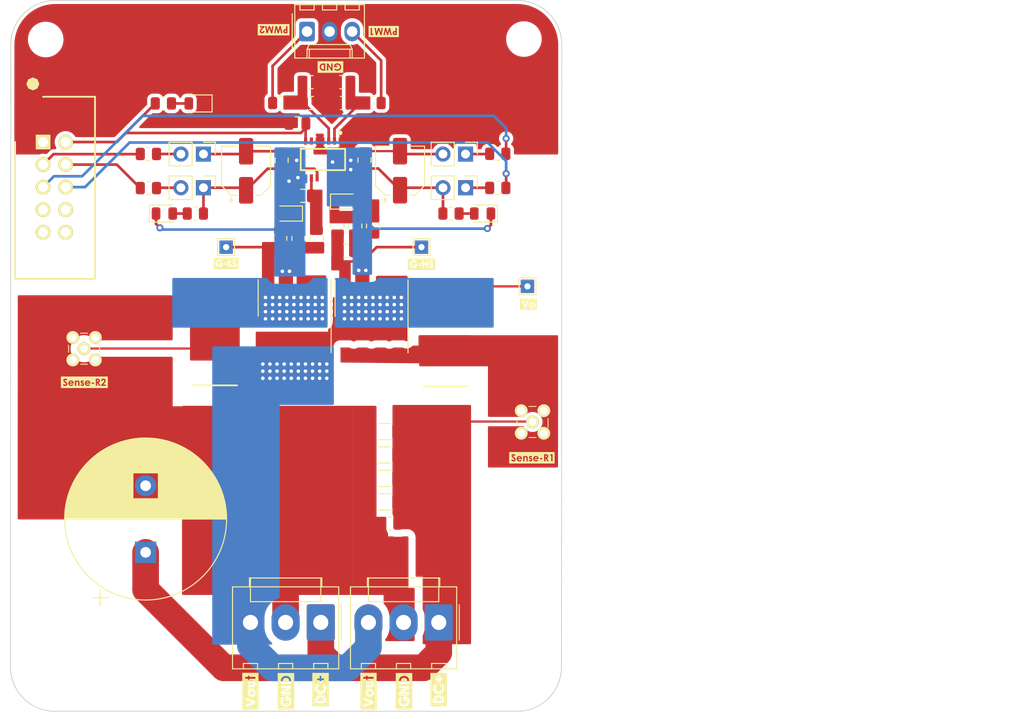
<source format=kicad_pcb>
(kicad_pcb (version 20211014) (generator pcbnew)
  (title_block (comment 4 "AISLER Project ID: ZPYPMIGU"))
  (layers (0 "F.Cu" mixed) (31 "B.Cu" mixed) (34 "B.Paste" user) (35 "F.Paste" user) (36 "B.SilkS" user "B.Silkscreen") (37 "F.SilkS" user "F.Silkscreen") (38 "B.Mask" user) (39 "F.Mask" user) (44 "Edge.Cuts" user))
  (net 0 "")
  (net 1 "GND")
  (net 2 "+3.3V")
  (net 3 "VCCA")
  (net 4 "VCCB")
  (net 5 "GND1")
  (net 6 "LED1")
  (net 7 "Net-(C5-Pad1)")
  (net 8 "Net-(C5-Pad2)")
  (net 9 "GND2")
  (net 10 "OUTA")
  (net 11 "GND3")
  (net 12 "Net-(D1-Pad2)")
  (net 13 "Net-(D2-Pad2)")
  (net 14 "Net-(D5-Pad2)")
  (net 15 "Net-(D6-Pad2)")
  (net 16 "Net-(D7-Pad2)")
  (net 17 "Net-(Q2-Pad8)")
  (net 18 "Net-(J2-Pad1)")
  (net 19 "Net-(J2-Pad3)")
  (net 20 "HVDC+")
  (net 21 "PWM1")
  (net 22 "PWM2")
  (net 23 "OUTB")
  (net 24 "gnd-1")
  (net 25 "LED2")
  (net 26 "gnd-2")
  (net 27 "Net-(C4-Pad2)")
  (net 28 "Net-(J1-Pad3)")
  (net 30 "Net-(J9-Pad2)")
  (net 31 "Net-(J10-Pad1)")
  (net 32 "Net-(FB1-Pad2)")
  (net 33 "Net-(FB2-Pad1)")
  (net 34 "Net-(FB3-Pad1)")
  (net 35 "Net-(FB4-Pad1)")
  (footprint "kibuzzard-63EDD841" (layer "F.Cu") (at 135.3925 48.61 180)
    (fp_text reference "kibuzzard-63EDD841" hide)
    (fp_text value "G***" hide)
  )
  (footprint "LED_SMD:LED_0805_2012Metric" (layer "F.Cu") (at 126.78 56.91 180)
    (fp_text reference "D5" hide)
    (fp_text value "LED")
  )
  (footprint "Connector_Molex:Molex_KK-254_AE-6410-03A_1x03_P2.54mm_Vertical" (layer "F.Cu") (at 139.1575 48.81)
    (fp_text reference "J2" hide)
    (fp_text value "PWM")
  )
  (footprint "MountingHole:MountingHole_3.2mm_M3" (layer "F.Cu") (at 163.58 49.66)
    (fp_text reference "H3" hide)
    (fp_text value "MountingHole")
  )
  (footprint "kibuzzard-63EDD808" (layer "F.Cu") (at 114.08 88.31)
    (fp_text reference "kibuzzard-63EDD808" hide)
    (fp_text value "G***" hide)
  )
  (footprint "Resistor_SMD:R_0805_2012Metric" (layer "F.Cu") (at 143.125832 56.86 180)
    (fp_text reference "R16" hide)
    (fp_text value "10k")
  )
  (footprint "Connector_PinHeader_2.54mm:PinHeader_1x02_P2.54mm_Vertical" (layer "F.Cu") (at 127.4925 66.4 -90)
    (fp_text reference "J6" hide)
    (fp_text value "5V")
  )
  (footprint "Capacitor_THT:CP_Radial_D18.0mm_P7.50mm" (layer "F.Cu") (at 120.98 107.46 90)
    (fp_text reference "C10" hide)
    (fp_text value "100uF/450V")
  )
  (footprint "Resistor_SMD:R_0805_2012Metric" (layer "F.Cu") (at 126.58 69.31)
    (fp_text reference "R12" hide)
    (fp_text value "4.7k")
  )
  (footprint "Capacitor_SMD:CP_Elec_5x5.3" (layer "F.Cu") (at 132.2925 64.49 90)
    (fp_text reference "C16" hide)
    (fp_text value "10uF/35V")
  )
  (footprint "2EDF7275K:TFLGA65P500X500X106-14_13N-V" (layer "F.Cu") (at 140.9475 63.22 -90)
    (fp_text reference "IC1" hide)
    (fp_text value "2EDF7275KXUMA1")
  )
  (footprint "Resistor_SMD:R_0805_2012Metric" (layer "F.Cu") (at 148.475 104.21 180)
    (fp_text reference "R8" hide)
    (fp_text value "500k")
  )
  (footprint "Capacitor_SMD:C_0805_2012Metric" (layer "F.Cu") (at 138.08 59.16)
    (fp_text reference "C1" hide)
    (fp_text value "100nF")
  )
  (footprint "Capacitor_SMD:C_1206_3216Metric" (layer "F.Cu") (at 147.855 93.86 180)
    (fp_text reference "C9" hide)
    (fp_text value "100nF/450V")
  )
  (footprint "MMCX-J-P-H-ST-TH1:MMCXJPHSTTH1" (layer "F.Cu") (at 163.28 91.51)
    (fp_text reference "J9" hide)
    (fp_text value "MMCX-J-P-H-ST-TH1" hide)
  )
  (footprint "Resistor_SMD:R_0805_2012Metric" (layer "F.Cu") (at 121.2925 62.6)
    (fp_text reference "FB2" hide)
    (fp_text value "fb")
  )
  (footprint "Resistor_SMD:R_0805_2012Metric" (layer "F.Cu") (at 136.1925 56.86)
    (fp_text reference "R13" hide)
    (fp_text value "100")
  )
  (footprint "Resistor_SMD:R_0805_2012Metric" (layer "F.Cu") (at 140.2425 72.11 -90)
    (fp_text reference "R1" hide)
    (fp_text value "470")
  )
  (footprint "Resistor_SMD:R_0805_2012Metric" (layer "F.Cu") (at 142.5925 70.71 -90)
    (fp_text reference "R3" hide)
    (fp_text value "470")
  )
  (footprint "Capacitor_SMD:C_1206_3216Metric" (layer "F.Cu") (at 147.855 96.4975 180)
    (fp_text reference "C8" hide)
    (fp_text value "100nF/450V")
  )
  (footprint "LED_SMD:LED_0805_2012Metric" (layer "F.Cu") (at 158.9275 69.31 180)
    (fp_text reference "D6" hide)
    (fp_text value "LED")
  )
  (footprint "TestPoint:TestPoint_THTPad_1.5x1.5mm_Drill0.7mm" (layer "F.Cu") (at 163.98 77.51)
    (fp_text reference "TP4" hide)
    (fp_text value "TestPoint_Alt")
  )
  (footprint "Resistor_SMD:R_0805_2012Metric" (layer "F.Cu") (at 122.98 56.91 180)
    (fp_text reference "R10" hide)
    (fp_text value "4.7k")
  )
  (footprint "kibuzzard-63EE9059" (layer "F.Cu") (at 150.08 123.11 90)
    (fp_text reference "kibuzzard-63EE9059" hide)
    (fp_text value "G***" hide)
  )
  (footprint "Package_SON:Infineon_PG-LSON-8-1" (layer "F.Cu") (at 146.42 80.89 90)
    (fp_text reference "Q1" hide)
    (fp_text value "IGLD60R190D1")
  )
  (footprint "Resistor_SMD:R_0805_2012Metric" (layer "F.Cu") (at 144.5925 70.71 -90)
    (fp_text reference "R2" hide)
    (fp_text value "10")
  )
  (footprint "Connector_PinHeader_2.54mm:PinHeader_1x02_P2.54mm_Vertical" (layer "F.Cu") (at 127.4925 62.61 -90)
    (fp_text reference "J7" hide)
    (fp_text value "GND")
  )
  (footprint "Resistor_SMD:R_0805_2012Metric" (layer "F.Cu") (at 146.5925 70.71 -90)
    (fp_text reference "R5" hide)
    (fp_text value "5.1")
  )
  (footprint "Capacitor_SMD:C_0805_2012Metric" (layer "F.Cu") (at 143.0925 54.51)
    (fp_text reference "C14" hide)
    (fp_text value "100nF")
  )
  (footprint "61201021621:SHDR10W64P254_2X5_2036X885X925P" (layer "F.Cu") (at 109.435 61.255 -90)
    (fp_text reference "J4" hide)
    (fp_text value "Conn_02x05_Odd_Even" hide)
  )
  (footprint "Resistor_SMD:R_0805_2012Metric" (layer "F.Cu") (at 160.635 62.58)
    (fp_text reference "FB1" hide)
    (fp_text value "fb")
  )
  (footprint "Resistor_SMD:R_0805_2012Metric" (layer "F.Cu") (at 160.635 66.42 180)
    (fp_text reference "FB4" hide)
    (fp_text value "fb")
  )
  (footprint "Resistor_SMD:R_0805_2012Metric" (layer "F.Cu") (at 138.1925 72.11 -90)
    (fp_text reference "R4" hide)
    (fp_text value "10")
  )
  (footprint "Resistor_SMD:R_0805_2012Metric" (layer "F.Cu") (at 155.3675 69.31 180)
    (fp_text reference "R11" hide)
    (fp_text value "4.7k")
  )
  (footprint "kibuzzard-63EDD861" (layer "F.Cu") (at 147.7925 48.81 180)
    (fp_text reference "kibuzzard-63EDD861" hide)
    (fp_text value "G***" hide)
  )
  (footprint "Capacitor_SMD:C_0805_2012Metric" (layer "F.Cu") (at 139.5925 54.51 180)
    (fp_text reference "C13" hide)
    (fp_text value "100nF")
  )
  (footprint "kibuzzard-63EDDA14" (layer "F.Cu") (at 108.28 54.71)
    (fp_text reference "kibuzzard-63EDDA14" hide)
    (fp_text value "G***" hide)
  )
  (footprint "Connector_PinHeader_2.54mm:PinHeader_1x02_P2.54mm_Vertical" (layer "F.Cu") (at 157.01 66.4 -90)
    (fp_text reference "J5" hide)
    (fp_text value "5V")
  )
  (footprint "Capacitor_SMD:C_0805_2012Metric" (layer "F.Cu") (at 143.5425 73.51 180)
    (fp_text reference "C5" hide)
    (fp_text value "2.2nF")
  )
  (footprint "kibuzzard-63EE9044" (layer "F.Cu") (at 153.98 122.91 90)
    (fp_text reference "kibuzzard-63EE9044" hide)
    (fp_text value "G***" hide)
  )
  (footprint "kibuzzard-63EE9044" (layer "F.Cu") (at 140.68 122.91 90)
    (fp_text reference "kibuzzard-63EE9044" hide)
    (fp_text value "G***" hide)
  )
  (footprint "footprint:RESC10052X50N" (layer "F.Cu") (at 128.78 88.66 -90)
    (fp_text reference "R9" hide)
    (fp_text value "WSLP3921L1000FEA" hide)
  )
  (footprint "MountingHole:MountingHole_3.2mm_M3" (layer "F.Cu") (at 109.73 49.71)
    (fp_text reference "H4" hide)
    (fp_text value "MountingHole")
  )
  (footprint "Package_SON:Infineon_PG-LSON-8-1" (layer "F.Cu") (at 137.76 80.86 90)
    (fp_text reference "Q2" hide)
    (fp_text value "IGLD60R190D1")
  )
  (footprint "Diode_SMD:D_SOD-323" (layer "F.Cu") (at 137.1425 69.31 180)
    (fp_text reference "D2" hide)
    (fp_text value "BAT165")
  )
  (footprint "Capacitor_SMD:C_0805_2012Metric" (layer "F.Cu") (at 138.6925 67.31 180)
    (fp_text reference "C4" hide)
    (fp_text value "2.2nF")
  )
  (footprint "Connector_Molex:Molex_KK-396_A-41791-0003_1x03_P3.96mm_Vertical" (layer "F.Cu") (at 140.706 115.355 180)
    (fp_text reference "J3" hide)
    (fp_text value "HVDC")
  )
  (footprint "kibuzzard-63EDD5C6" (layer "F.Cu") (at 130.0425 74.91)
    (fp_text reference "kibuzzard-63EDD5C6" hide)
    (fp_text value "G***" hide)
  )
  (footprint "Resistor_SMD:R_0805_2012Metric" (layer "F.Cu") (at 146.5925 56.86 180)
    (fp_text reference "R14" hide)
    (fp_text value "100")
  )
  (footprint "TestPoint:TestPoint_THTPad_1.5x1.5mm_Drill0.7mm" (layer "F.Cu") (at 130.0425 73.09)
    (fp_text reference "TP2" hide)
    (fp_text value "TestPoint_Alt")
  )
  (footprint "MMCX-J-P-H-ST-TH1:MMCXJPHSTTH1" (layer "F.Cu") (at 112.78 83.26)
    (fp_text reference "J10" hide)
    (fp_text value "MMCX-J-P-H-ST-TH1" hide)
  )
  (footprint "kibuzzard-63EDD756" (layer "F.Cu") (at 164.08 79.51)
    (fp_text reference "kibuzzard-63EDD756" hide)
    (fp_text value "G***" hide)
  )
  (footprint "LED_SMD:LED_0805_2012Metric" (layer "F.Cu") (at 123.0925 69.31)
    (fp_text reference "D7" hide)
    (fp_text value "LED")
  )
  (footprint "Resistor_SMD:R_0805_2012Metric" (layer "F.Cu") (at 139.659166 56.86)
    (fp_text reference "R15" hide)
    (fp_text value "10k")
  )
  (footprint "TestPoint:TestPoint_THTPad_1.5x1.5mm_Drill0.7mm" (layer "F.Cu") (at 152.0475 73.09)
    (fp_text reference "TP1" hide)
    (fp_text value "TestPoint_Alt")
  )
  (footprint "kibuzzard-63EE9091" (layer "F.Cu") (at 132.78 123.11 90)
    (fp_text reference "kibuzzard-63EE9091" hide)
    (fp_text value "G***" hide)
  )
  (footprint "kibuzzard-63EDD5E0" (layer "F.Cu") (at 152.0425 75.01)
    (fp_text reference "kibuzzard-63EDD5E0" hide)
    (fp_text value "G***" hide)
  )
  (footprint "Capacitor_SMD:C_1206_3216Metric" (layer "F.Cu") (at 147.855 101.7725 180)
    (fp_text reference "C7" hide)
    (fp_text value "100nF/450V")
  )
  (footprint "kibuzzard-63EDD791" (layer "F.Cu") (at 164.48 96.81)
    (fp_text reference "kibuzzard-63EDD791" hide)
    (fp_text value "G***" hide)
  )
  (footprint "footprint:RESC10052X50N" (layer "F.Cu") (at 154.78 88.77 -90)
    (fp_text reference "R7" hide)
    (fp_text value "WSLP3921L1000FEA" hide)
  )
  (footprint "kibuzzard-63EE9091" (layer "F.Cu") (at 146.08 123.11 90)
    (fp_text reference "kibuzzard-63EE9091" hide)
    (fp_text value "G***" hide)
  )
  (footprint "Diode_SMD:D_SOD-323" (layer "F.Cu") (at 143.2975 67.96)
    (fp_text reference "D1" hide)
    (fp_text value "BAT165")
  )
  (footprint "Connector_Molex:Molex_KK-396_A-41791-0003_1x03_P3.96mm_Vertical" (layer "F.Cu") (at 153.99 115.355 180)
    (fp_text reference "J1" hide)
    (fp_text value "HVDC")
  )
  (footprint "MountingHole:MountingHole_3.2mm_M3" (layer "F.Cu") (at 163.93 121.16)
    (fp_text reference "H1" hide)
    (fp_text value "MountingHole")
  )
  (footprint "Capacitor_SMD:C_0805_2012Metric" (layer "F.Cu") (at 136.2925 63.31 -90)
    (fp_text reference "C3" hide)
    (fp_text value "1uF")
  )
  (footprint "Connector_PinHeader_2.54mm:PinHeader_1x02_P2.54mm_Vertical" (layer "F.Cu") (at 157.005 62.61 -90)
    (fp_text reference "J8" hide)
    (fp_text value "GND")
  )
  (footprint "kibuzzard-63EDD87E" (layer "F.Cu") (at 141.7925 52.81 180)
    (fp_text reference "kibuzzard-63EDD87E" hide)
    (fp_text value "G***" hide)
  )
  (footprint "kibuzzard-63EE9059" (layer "F.Cu") (at 136.78 123.11 90)
    (fp_text reference "kibuzzard-63EE9059" hide)
    (fp_text value "G***" hide)
  )
  (footprint "Resistor_SMD:R_0805_2012Metric" (layer "F.Cu") (at 121.2925 66.44)
    (fp_text reference "FB3" hide)
    (fp_text value "fb")
  )
  (footprint "Capacitor_SMD:C_0805_2012Metric" (layer "F.Cu") (at 145.63 63.29 -90)
    (fp_text reference "C2" hide)
    (fp_text value "1uF")
  )
  (footprint "Capacitor_SMD:CP_Elec_5x5.3" (layer "F.Cu") (at 149.63 64.48 90)
    (fp_text reference "C15" hide)
    (fp_text value "10uF/35V")
  )
  (footprint "MountingHole:MountingHole_3.2mm_M3" (layer "F.Cu") (at 110.08 121.21)
    (fp_text reference "H2" hide)
    (fp_text value "MountingHole")
  )
  (footprint "Capacitor_SMD:C_1206_3216Metric" (layer "F.Cu") (at 147.855 99.135 180)
    (fp_text reference "C6" hide)
    (fp_text value "100nF/450V")
  )
  (footprint "Resistor_SMD:R_0805_2012Metric" (layer "F.Cu") (at 136.1425 72.11 -90)
    (fp_text reference "R6" hide)
    (fp_text value "5.1")
  )
  (gr_arc (start 110.762233 125.36) (mid 107.226678 123.895546) (end 105.762233 120.36) (layer "Edge.Cuts") (width 0.1))
  (gr_line (start 162.805 45.31) (end 110.755 45.31) (layer "Edge.Cuts") (width 0.1))
  (gr_line (start 110.762233 125.36) (end 162.812233 125.36) (layer "Edge.Cuts") (width 0.1))
  (gr_arc (start 167.812233 120.36) (mid 166.347769 123.895546) (end 162.812233 125.36) (layer "Edge.Cuts") (width 0.1))
  (gr_arc (start 162.805 45.31) (mid 166.368169 46.759308) (end 167.847767 50.31) (layer "Edge.Cuts") (width 0.1))
  (gr_arc (start 105.797767 50.31) (mid 107.247137 46.789572) (end 110.755 45.31) (layer "Edge.Cuts") (width 0.1))
  (gr_line (start 167.812233 120.36) (end 167.847767 50.31) (layer "Edge.Cuts") (width 0.1))
  (gr_line (start 105.797767 50.31) (end 105.762233 120.36) (layer "Edge.Cuts") (width 0.1))
  (segment (start 139.03 59.66) (end 138.455 60.235) (width 0.3) (layer "F.Cu") (net 2))
  (segment (start 138.455 60.235) (end 118.7425 60.235) (width 0.3) (layer "F.Cu") (net 2))
  (segment (start 111.975 61.255) (end 117.7225 61.255) (width 0.3) (layer "F.Cu") (net 2))
  (segment (start 119.12375 59.85375) (end 122.0675 56.91) (width 0.3) (layer "F.Cu") (net 2))
  (segment (start 139.03 59.16) (end 138.9975 59.1925) (width 0.3) (layer "F.Cu") (net 2))
  (segment (start 139.03 59.16) (end 139.03 59.66) (width 0.3) (layer "F.Cu") (net 2))
  (segment (start 118.7425 60.235) (end 117.7225 61.255) (width 0.3) (layer "F.Cu") (net 2))
  (segment (start 138.9975 59.1925) (end 138.9975 61.145) (width 0.3) (layer "F.Cu") (net 2))
  (segment (start 117.7225 61.255) (end 119.12375 59.85375) (width 0.3) (layer "F.Cu") (net 2))
  (segment (start 159.7025 66.4) (end 159.7225 66.42) (width 0.3) (layer "F.Cu") (net 3))
  (segment (start 157.01 66.4) (end 159.7025 66.4) (width 0.3) (layer "F.Cu") (net 3))
  (segment (start 122.245 66.4) (end 122.205 66.44) (width 0.3) (layer "F.Cu") (net 4))
  (segment (start 124.9525 66.4) (end 122.245 66.4) (width 0.3) (layer "F.Cu") (net 4))
  (segment (start 157.005 62.61) (end 159.6925 62.61) (width 0.3) (layer "F.Cu") (net 5))
  (segment (start 159.6925 62.61) (end 159.7225 62.58) (width 0.3) (layer "F.Cu") (net 5))
  (segment (start 149.63 66.68) (end 147.19 64.24) (width 0.3) (layer "F.Cu") (net 6))
  (segment (start 149.91 66.4) (end 149.63 66.68) (width 0.3) (layer "F.Cu") (net 6))
  (segment (start 144.205661 65.295) (end 142.8975 65.295) (width 0.3) (layer "F.Cu") (net 6))
  (segment (start 145.63 64.24) (end 145.260661 64.24) (width 0.3) (layer "F.Cu") (net 6))
  (segment (start 154.47 66.4) (end 149.91 66.4) (width 0.3) (layer "F.Cu") (net 6))
  (segment (start 147.19 64.24) (end 145.63 64.24) (width 0.3) (layer "F.Cu") (net 6))
  (segment (start 154.47 66.4) (end 154.47 69.295) (width 0.3) (layer "F.Cu") (net 6))
  (segment (start 154.47 69.295) (end 154.455 69.31) (width 0.3) (layer "F.Cu") (net 6))
  (segment (start 145.260661 64.24) (end 144.205661 65.295) (width 0.3) (layer "F.Cu") (net 6))
  (segment (start 147 73.09) (end 145.38 74.71) (width 0.3) (layer "F.Cu") (net 8))
  (segment (start 142.98 74.71) (end 142.68 75.01) (width 0.3) (layer "F.Cu") (net 8))
  (segment (start 145.38 74.71) (end 142.98 74.71) (width 0.3) (layer "F.Cu") (net 8))
  (segment (start 152.0475 73.09) (end 147 73.09) (width 0.3) (layer "F.Cu") (net 8))
  (segment (start 122.205 62.6) (end 124.9425 62.6) (width 0.3) (layer "F.Cu") (net 9))
  (segment (start 124.9425 62.6) (end 124.9525 62.61) (width 0.3) (layer "F.Cu") (net 9))
  (segment (start 142.2475 65.295) (end 142.2475 67.96) (width 0.3) (layer "F.Cu") (net 10))
  (segment (start 136.78 111.06) (end 136.746 111.094) (width 3) (layer "F.Cu") (net 11))
  (segment (start 120.98 99.96) (end 128.28 99.96) (width 3) (layer "F.Cu") (net 11))
  (segment (start 136.746 115.355) (end 136.746 111.094) (width 3) (layer "F.Cu") (net 11))
  (segment (start 123.8925 56.91) (end 125.8425 56.91) (width 0.3) (layer "F.Cu") (net 14))
  (segment (start 156.28 69.31) (end 157.99 69.31) (width 0.3) (layer "F.Cu") (net 15))
  (segment (start 125.6675 69.31) (end 124.03 69.31) (width 0.3) (layer "F.Cu") (net 16))
  (segment (start 136.075 73.09) (end 136.1425 73.0225) (width 0.3) (layer "F.Cu") (net 17))
  (segment (start 130.0425 73.09) (end 136.075 73.09) (width 0.3) (layer "F.Cu") (net 17))
  (segment (start 135.28 52.6875) (end 135.28 56.86) (width 0.3) (layer "F.Cu") (net 18))
  (segment (start 139.1575 48.81) (end 135.28 52.6875) (width 0.3) (layer "F.Cu") (net 18))
  (segment (start 144.2375 48.81) (end 147.505 52.0775) (width 0.3) (layer "F.Cu") (net 19))
  (segment (start 147.505 52.0775) (end 147.505 56.86) (width 0.3) (layer "F.Cu") (net 19))
  (segment (start 152.28 120.46) (end 142.28 120.46) (width 3) (layer "F.Cu") (net 20))
  (segment (start 120.98 107.46) (end 120.98 111.66) (width 3) (layer "F.Cu") (net 20))
  (segment (start 142.28 120.46) (end 140.706 118.886) (width 3) (layer "F.Cu") (net 20))
  (segment (start 153.99 118.75) (end 152.28 120.46) (width 3) (layer "F.Cu") (net 20))
  (segment (start 140.706 118.886) (end 140.706 115.355) (width 3) (layer "F.Cu") (net 20))
  (segment (start 164.502 92.732) (end 154.968 92.732) (width 0.25) (layer "F.Cu") (net 20))
  (segment (start 129.78 120.46) (end 142.28 120.46) (width 3) (layer "F.Cu") (net 20))
  (segment (start 164.55 92.78) (end 164.502 92.732) (width 0.25) (layer "F.Cu") (net 20))
  (segment (start 153.99 115.355) (end 153.99 118.75) (width 3) (layer "F.Cu") (net 20))
  (segment (start 120.98 111.66) (end 129.78 120.46) (width 3) (layer "F.Cu") (net 20))
  (segment (start 154.968 92.732) (end 154.78 92.92) (width 0.25) (layer "F.Cu") (net 20))
  (segment (start 142.2475 61.145) (end 142.2475 59.755) (width 0.3) (layer "F.Cu") (net 21))
  (segment (start 142.2475 59.755) (end 145.0925 56.91) (width 0.3) (layer "F.Cu") (net 21))
  (segment (start 141.5975 59.710834) (end 138.746666 56.86) (width 0.3) (layer "F.Cu") (net 22))
  (segment (start 141.5975 61.145) (end 141.5975 59.710834) (width 0.3) (layer "F.Cu") (net 22))
  (segment (start 139.6475 65.295) (end 139.6475 67.305) (width 0.3) (layer "F.Cu") (net 23))
  (segment (start 139.6475 67.305) (end 139.6425 67.31) (width 0.3) (layer "F.Cu") (net 23))
  (segment (start 142.03 63.51) (end 141.5975 63.9425) (width 0.25) (layer "F.Cu") (net 24))
  (segment (start 159.865 69.31) (end 159.865 70.59) (width 0.3) (layer "F.Cu") (net 24))
  (segment (start 154.465 62.61) (end 149.96 62.61) (width 0.3) (layer "F.Cu") (net 24))
  (segment (start 149.57 62.34) (end 149.63 62.28) (width 0.25) (layer "F.Cu") (net 24))
  (segment (start 149.63 62.28) (end 145.69 62.28) (width 0.25) (layer "F.Cu") (net 24))
  (segment (start 149.96 62.61) (end 149.63 62.28) (width 0.3) (layer "F.Cu") (net 24))
  (segment (start 141.5975 63.9425) (end 141.5975 65.295) (width 0.25) (layer "F.Cu") (net 24))
  (segment (start 143.88 63.51) (end 142.03 63.51) (width 0.3) (layer "F.Cu") (net 24))
  (segment (start 145.05 62.34) (end 144.08 63.31) (width 0.25) (layer "F.Cu") (net 24))
  (segment (start 159.865 70.59) (end 159.465 70.99) (width 0.3) (layer "F.Cu") (net 24))
  (segment (start 144.08 63.31) (end 144.08 64.36) (width 0.3) (layer "F.Cu") (net 24))
  (segment (start 145.63 62.34) (end 145.05 62.34) (width 0.25) (layer "F.Cu") (net 24))
  (segment (start 145.69 62.28) (end 145.63 62.34) (width 0.25) (layer "F.Cu") (net 24))
  (segment (start 144.08 63.31) (end 143.88 63.51) (width 0.3) (layer "F.Cu") (net 24))
  (via (at 145.78 75.71) (size 0.8) (drill 0.4) (layers "F.Cu" "B.Cu") (net 24))
  (via (at 144.98 75.71) (size 0.8) (drill 0.4) (layers "F.Cu" "B.Cu") (net 24))
  (via (at 142.03 63.51) (size 0.8) (drill 0.4) (layers "F.Cu" "B.Cu") (net 24))
  (via (at 144.08 63.31) (size 0.8) (drill 0.4) (layers "F.Cu" "B.Cu") (net 24))
  (via (at 144.08 64.36) (size 0.8) (drill 0.4) (layers "F.Cu" "B.Cu") (net 24))
  (via (at 159.465 70.99) (size 0.8) (drill 0.4) (layers "F.Cu" "B.Cu") (net 24))
  (segment (start 146.4925 70.81) (end 146.6925 71.01) (width 0.3) (layer "B.Cu") (net 24))
  (segment (start 146.6925 71.01) (end 159.445 71.01) (width 0.3) (layer "B.Cu") (net 24))
  (segment (start 159.445 71.01) (end 159.465 70.99) (width 0.3) (layer "B.Cu") (net 24))
  (segment (start 136.2925 64.26) (end 134.7225 64.26) (width 0.3) (layer "F.Cu") (net 25))
  (segment (start 134.7225 64.26) (end 132.2925 66.69) (width 0.3) (layer "F.Cu") (net 25))
  (segment (start 139.9625 64.26) (end 136.2925 64.26) (width 0.3) (layer "F.Cu") (net 25))
  (segment (start 132.0025 66.4) (end 132.2925 66.69) (width 0.3) (layer "F.Cu") (net 25))
  (segment (start 127.4925 66.4) (end 127.4925 69.31) (width 0.3) (layer "F.Cu") (net 25))
  (segment (start 140.2975 64.595) (end 139.9625 64.26) (width 0.3) (layer "F.Cu") (net 25))
  (segment (start 127.4925 66.4) (end 132.0025 66.4) (width 0.3) (layer "F.Cu") (net 25))
  (segment (start 140.2975 65.295) (end 140.2975 64.595) (width 0.3) (layer "F.Cu") (net 25))
  (segment (start 137.0425 62.36) (end 137.9925 63.31) (width 0.3) (layer "F.Cu") (net 26))
  (segment (start 137.13 65.66) (end 137.53 65.26) (width 0.3) (layer "F.Cu") (net 26))
  (segment (start 138.13 65.26) (end 138.165 65.295) (width 0.25) (layer "F.Cu") (net 26))
  (segment (start 132.2925 62.29) (end 136.2225 62.29) (width 0.3) (layer "F.Cu") (net 26))
  (segment (start 137.53 65.26) (end 138.13 65.26) (width 0.3) (layer "F.Cu") (net 26))
  (segment (start 127.4925 62.61) (end 131.9725 62.61) (width 0.3) (layer "F.Cu") (net 26))
  (segment (start 136.2925 62.36) (end 137.0425 62.36) (width 0.3) (layer "F.Cu") (net 26))
  (segment (start 122.155 70.4725) (end 122.5925 70.91) (width 0.3) (layer "F.Cu") (net 26))
  (segment (start 131.9725 62.61) (end 132.2925 62.29) (width 0.3) (layer "F.Cu") (net 26))
  (segment (start 138.165 65.295) (end 138.9975 65.295) (width 0.25) (layer "F.Cu") (net 26))
  (segment (start 136.2225 62.29) (end 136.2925 62.36) (width 0.3) (layer "F.Cu") (net 26))
  (segment (start 122.155 69.31) (end 122.155 70.4725) (width 0.3) (layer "F.Cu") (net 26))
  (via (at 137.9925 63.31) (size 0.8) (drill 0.4) (layers "F.Cu" "B.Cu") (net 26))
  (via (at 136.38 75.81) (size 0.8) (drill 0.4) (layers "F.Cu" "B.Cu") (net 26))
  (via (at 137.13 65.66) (size 0.8) (drill 0.4) (layers "F.Cu" "B.Cu") (net 26))
  (via (at 122.5925 70.91) (size 0.8) (drill 0.4) (layers "F.Cu" "B.Cu") (net 26))
  (via (at 138.13 65.26) (size 0.8) (drill 0.4) (layers "F.Cu" "B.Cu") (net 26))
  (via (at 137.18 75.81) (size 0.8) (drill 0.4) (layers "F.Cu" "B.Cu") (net 26))
  (segment (start 122.7925 71.11) (end 137.6925 71.11) (width 0.3) (layer "B.Cu") (net 26))
  (segment (start 122.5925 70.91) (end 122.7925 71.11) (width 0.3) (layer "B.Cu") (net 26))
  (segment (start 137.6925 71.11) (end 137.9925 70.81) (width 0.3) (layer "B.Cu") (net 26))
  (segment (start 163.98 77.51) (end 149.78 77.51) (width 0.25) (layer "F.Cu") (net 28))
  (via (at 148.18 79.56) (size 0.8) (drill 0.4) (layers "F.Cu" "B.Cu") (net 28))
  (via (at 148.98 79.56) (size 0.8) (drill 0.4) (layers "F.Cu" "B.Cu") (net 28))
  (via (at 134.98 87.86) (size 0.8) (drill 0.4) (layers "F.Cu" "B.Cu") (net 28))
  (via (at 144.18 80.36) (size 0.8) (drill 0.4) (layers "F.Cu" "B.Cu") (net 28))
  (via (at 134.98 87.06) (size 0.8) (drill 0.4) (layers "F.Cu" "B.Cu") (net 28))
  (via (at 147.38 79.56) (size 0.8) (drill 0.4) (layers "F.Cu" "B.Cu") (net 28))
  (via (at 148.98 80.36) (size 0.8) (drill 0.4) (layers "F.Cu" "B.Cu") (net 28))
  (via (at 145.78 79.56) (size 0.8) (drill 0.4) (layers "F.Cu" "B.Cu") (net 28))
  (via (at 143.38 81.16) (size 0.8) (drill 0.4) (layers "F.Cu" "B.Cu") (net 28))
  (via (at 145.78 80.36) (size 0.8) (drill 0.4) (layers "F.Cu" "B.Cu") (net 28))
  (via (at 138.18 86.26) (size 0.8) (drill 0.4) (layers "F.Cu" "B.Cu") (net 28))
  (via (at 149.78 80.36) (size 0.8) (drill 0.4) (layers "F.Cu" "B.Cu") (net 28))
  (via (at 136.58 86.26) (size 0.8) (drill 0.4) (layers "F.Cu" "B.Cu") (net 28))
  (via (at 147.38 78.76) (size 0.8) (drill 0.4) (layers "F.Cu" "B.Cu") (net 28))
  (via (at 140.58 87.86) (size 0.8) (drill 0.4) (layers "F.Cu" "B.Cu") (net 28))
  (via (at 140.58 87.06) (size 0.8) (drill 0.4) (layers "F.Cu" "B.Cu") (net 28))
  (via (at 143.38 79.56) (size 0.8) (drill 0.4) (layers "F.Cu" "B.Cu") (net 28))
  (via (at 138.98 87.86) (size 0.8) (drill 0.4) (layers "F.Cu" "B.Cu") (net 28))
  (via (at 140.58 86.26) (size 0.8) (drill 0.4) (layers "F.Cu" "B.Cu") (net 28))
  (via (at 143.38 78.76) (size 0.8) (drill 0.4) (layers "F.Cu" "B.Cu") (net 28))
  (via (at 136.58 87.86) (size 0.8) (drill 0.4) (layers "F.Cu" "B.Cu") (net 28))
  (via (at 143.38 80.36) (size 0.8) (drill 0.4) (layers "F.Cu" "B.Cu") (net 28))
  (via (at 137.38 87.86) (size 0.8) (drill 0.4) (layers "F.Cu" "B.Cu") (net 28))
  (via (at 138.18 87.86) (size 0.8) (drill 0.4) (layers "F.Cu" "B.Cu") (net 28))
  (via (at 149.78 81.16) (size 0.8) (drill 0.4) (layers "F.Cu" "B.Cu") (net 28))
  (via (at 145.78 78.76) (size 0.8) (drill 0.4) (layers "F.Cu" "B.Cu") (net 28))
  (via (at 138.98 87.06) (size 0.8) (drill 0.4) (layers "F.Cu" "B.Cu") (net 28))
  (via (at 147.38 80.36) (size 0.8) (drill 0.4) (layers "F.Cu" "B.Cu") (net 28))
  (via (at 134.18 86.26) (size 0.8) (drill 0.4) (layers "F.Cu" "B.Cu") (net 28))
  (via (at 148.18 78.76) (size 0.8) (drill 0.4) (layers "F.Cu" "B.Cu") (net 28))
  (via (at 149.78 79.56) (size 0.8) (drill 0.4) (layers "F.Cu" "B.Cu") (net 28))
  (via (at 137.38 87.06) (size 0.8) (drill 0.4) (layers "F.Cu" "B.Cu") (net 28))
  (via (at 141.38 87.86) (size 0.8) (drill 0.4) (layers "F.Cu" "B.Cu") (net 28))
  (via (at 139.78 87.06) (size 0.8) (drill 0.4) (layers "F.Cu" "B.Cu") (net 28))
  (via (at 148.18 81.16) (size 0.8) (drill 0.4) (layers "F.Cu" "B.Cu") (net 28))
  (via (at 147.38 81.16) (size 0.8) (drill 0.4) (layers "F.Cu" "B.Cu") (net 28))
  (via (at 139.78 87.86) (size 0.8) (drill 0.4) (layers "F.Cu" "B.Cu") (net 28))
  (via (at 135.78 86.26) (size 0.8) (drill 0.4) (layers "F.Cu" "B.Cu") (net 28))
  (via (at 146.58 79.56) (size 0.8) (drill 0.4) (layers "F.Cu" "B.Cu") (net 28))
  (via (at 135.78 87.86) (size 0.8) (drill 0.4) (layers "F.Cu" "B.Cu") (net 28))
  (via (at 146.58 80.36) (size 0.8) (drill 0.4) (layers "F.Cu" "B.Cu") (net 28))
  (via (at 144.98 80.36) (size 0.8) (drill 0.4) (layers "F.Cu" "B.Cu") (net 28))
  (via (at 144.98 81.16) (size 0.8) (drill 0.4) (layers "F.Cu" "B.Cu") (net 28))
  (via (at 141.38 86.26) (size 0.8) (drill 0.4) (layers "F.Cu" "B.Cu") (net 28))
  (via (at 138.98 86.26) (size 0.8) (drill 0.4) (layers "F.Cu" "B.Cu") (net 28))
  (via (at 144.18 79.56) (size 0.8) (drill 0.4) (layers "F.Cu" "B.Cu") (net 28))
  (via (at 134.18 87.06) (size 0.8) (drill 0.4) (layers "F.Cu" "B.Cu") (net 28))
  (via (at 146.58 81.16) (size 0.8) (drill 0.4) (layers "F.Cu" "B.Cu") (net 28))
  (via (at 146.58 78.76) (size 0.8) (drill 0.4) (layers "F.Cu" "B.Cu") (net 28))
  (via (at 148.98 78.76) (size 0.8) (drill 0.4) (layers "F.Cu" "B.Cu") (net 28))
  (via (at 145.78 81.16) (size 0.8) (drill 0.4) (layers "F.Cu" "B.Cu") (net 28))
  (via (at 139.78 86.26) (size 0.8) (drill 0.4) (layers "F.Cu" "B.Cu") (net 28))
  (via (at 148.98 81.16) (size 0.8) (drill 0.4) (layers "F.Cu" "B.Cu") (net 28))
  (via (at 144.98 79.56) (size 0.8) (drill 0.4) (layers "F.Cu" "B.Cu") (net 28))
  (via (at 136.58 87.06) (size 0.8) (drill 0.4) (layers "F.Cu" "B.Cu") (net 28))
  (via (at 138.18 87.06) (size 0.8) (drill 0.4) (layers "F.Cu" "B.Cu") (net 28))
  (via (at 134.18 87.86) (size 0.8) (drill 0.4) (layers "F.Cu" "B.Cu") (net 28))
  (via (at 144.98 78.76) (size 0.8) (drill 0.4) (layers "F.Cu" "B.Cu") (net 28))
  (via (at 135.78 87.06) (size 0.8) (drill 0.4) (layers "F.Cu" "B.Cu") (net 28))
  (via (at 134.98 86.26) (size 0.8) (drill 0.4) (layers "F.Cu" "B.Cu") (net 28))
  (via (at 137.38 86.26) (size 0.8) (drill 0.4) (layers "F.Cu" "B.Cu") (net 28))
  (via (at 144.18 81.16) (size 0.8) (drill 0.4) (layers "F.Cu" "B.Cu") (net 28))
  (via (at 144.18 78.76) (size 0.8) (drill 0.4) (layers "F.Cu" "B.Cu") (net 28))
  (via (at 148.18 80.36) (size 0.8) (drill 0.4) (layers "F.Cu" "B.Cu") (net 28))
  (via (at 149.78 78.76) (size 0.8) (drill 0.4) (layers "F.Cu" "B.Cu") (net 28))
  (via (at 141.38 87.06) (size 0.8) (drill 0.4) (layers "F.Cu" "B.Cu") (net 28))
  (segment (start 143.78 120.46) (end 146.07 118.17) (width 3) (layer "B.Cu") (net 28))
  (segment (start 135.28 120.46) (end 143.78 120.46) (width 3) (layer "B.Cu") (net 28))
  (segment (start 132.786 117.966) (end 135.28 120.46) (width 3) (layer "B.Cu") (net 28))
  (segment (start 146.07 118.17) (end 146.07 115.355) (width 3) (layer "B.Cu") (net 28))
  (segment (start 132.786 115.355) (end 132.786 117.966) (width 3) (layer "B.Cu") (net 28))
  (segment (start 128.78 84.51) (end 114.07 84.51) (width 0.25) (layer "F.Cu") (net 31))
  (segment (start 137.55 79.96) (end 137.52 79.99) (width 0.25) (layer "F.Cu") (net 31))
  (segment (start 114.07 84.51) (end 114.05 84.53) (width 0.25) (layer "F.Cu") (net 31))
  (via (at 139.28 81.16) (size 0.8) (drill 0.4) (layers "F.Cu" "B.Cu") (net 31))
  (via (at 140.08 79.56) (size 0.8) (drill 0.4) (layers "F.Cu" "B.Cu") (net 31))
  (via (at 140.88 78.76) (size 0.8) (drill 0.4) (layers "F.Cu" "B.Cu") (net 31))
  (via (at 135.28 80.36) (size 0.8) (drill 0.4) (layers "F.Cu" "B.Cu") (net 31))
  (via (at 136.08 79.56) (size 0.8) (drill 0.4) (layers "F.Cu" "B.Cu") (net 31))
  (via (at 134.48 81.16) (size 0.8) (drill 0.4) (layers "F.Cu" "B.Cu") (net 31))
  (via (at 136.88 78.76) (size 0.8) (drill 0.4) (layers "F.Cu" "B.Cu") (net 31))
  (via (at 136.08 81.16) (size 0.8) (drill 0.4) (layers "F.Cu" "B.Cu") (net 31))
  (via (at 136.08 78.76) (size 0.8) (drill 0.4) (layers "F.Cu" "B.Cu") (net 31))
  (via (at 136.08 80.36) (size 0.8) (drill 0.4) (layers "F.Cu" "B.Cu") (net 31))
  (via (at 140.88 80.36) (size 0.8) (drill 0.4) (layers "F.Cu" "B.Cu") (net 31))
  (via (at 140.88 79.56) (size 0.8) (drill 0.4) (layers "F.Cu" "B.Cu") (net 31))
  (via (at 135.28 79.56) (size 0.8) (drill 0.4) (layers "F.Cu" "B.Cu") (net 31))
  (via (at 138.48 80.36) (size 0.8) (drill 0.4) (layers "F.Cu" "B.Cu") (net 31))
  (via (at 140.88 81.16) (size 0.8) (drill 0.4) (layers "F.Cu" "B.Cu") (net 31))
  (via (at 134.48 79.56) (size 0.8) (drill 0.4) (layers "F.Cu" "B.Cu") (net 31))
  (via (at 138.48 79.56) (size 0.8) (drill 0.4) (layers "F.Cu" "B.Cu") (net 31))
  (via (at 139.28 78.76) (size 0.8) (drill 0.4) (layers "F.Cu" "B.Cu") (net 31))
  (via (at 140.08 81.16) (size 0.8) (drill 0.4) (layers "F.Cu" "B.Cu") (net 31))
  (via (at 134.48 80.36) (size 0.8) (drill 0.4) (layers "F.Cu" "B.Cu") (net 31))
  (via (at 139.28 80.36) (size 0.8) (drill 0.4) (layers "F.Cu" "B.Cu") (net 31))
  (via (at 138.48 81.16) (size 0.8) (drill 0.4) (layers "F.Cu" "B.Cu") (net 31))
  (via (at 138.48 78.76) (size 0.8) (drill 0.4) (layers "F.Cu" "B.Cu") (net 31))
  (via (at 137.68 79.56) (size 0.8) (drill 0.4) (layers "F.Cu" "B.Cu") (net 31))
  (via (at 135.28 81.16) (size 0.8) (drill 0.4) (layers "F.Cu" "B.Cu") (net 31))
  (via (at 140.08 80.36) (size 0.8) (drill 0.4) (layers "F.Cu" "B.Cu") (net 31))
  (via (at 136.88 81.16) (size 0.8) (drill 0.4) (layers "F.Cu" "B.Cu") (net 31))
  (via (at 134.48 78.76) (size 0.8) (drill 0.4) (layers "F.Cu" "B.Cu") (net 31))
  (via (at 139.28 79.56) (size 0.8) (drill 0.4) (layers "F.Cu" "B.Cu") (net 31))
  (via (at 136.88 79.56) (size 0.8) (drill 0.4) (layers "F.Cu" "B.Cu") (net 31))
  (via (at 137.68 78.76) (size 0.8) (drill 0.4) (layers "F.Cu" "B.Cu") (net 31))
  (via (at 137.68 80.36) (size 0.8) (drill 0.4) (layers "F.Cu" "B.Cu") (net 31))
  (via (at 136.88 80.36) (size 0.8) (drill 0.4) (layers "F.Cu" "B.Cu") (net 31))
  (via (at 140.08 78.76) (size 0.8) (drill 0.4) (layers "F.Cu" "B.Cu") (net 31))
  (via (at 135.28 78.76) (size 0.8) (drill 0.4) (layers "F.Cu" "B.Cu") (net 31))
  (via (at 137.68 81.16) (size 0.8) (drill 0.4) (layers "F.Cu" "B.Cu") (net 31))
  (segment (start 161.58 60.86) (end 161.58 62.5475) (width 0.3) (layer "F.Cu") (net 32))
  (segment (start 161.58 62.5475) (end 161.5475 62.58) (width 0.3) (layer "F.Cu") (net 32))
  (via (at 161.58 60.86) (size 0.8) (drill 0.4) (layers "F.Cu" "B.Cu") (net 32))
  (segment (start 113.83 65.11) (end 110.66 65.11) (width 0.3) (layer "B.Cu") (net 32))
  (segment (start 160.1925 58.31) (end 120.63 58.31) (width 0.3) (layer "B.Cu") (net 32))
  (segment (start 161.58 59.6975) (end 160.1925 58.31) (width 0.3) (layer "B.Cu") (net 32))
  (segment (start 110.66 65.11) (end 109.435 66.335) (width 0.3) (layer "B.Cu") (net 32))
  (segment (start 161.58 60.86) (end 161.58 59.6975) (width 0.3) (layer "B.Cu") (net 32))
  (segment (start 120.63 58.31) (end 113.83 65.11) (width 0.3) (layer "B.Cu") (net 32))
  (segment (start 109.435 63.795) (end 110.61 62.62) (width 0.3) (layer "F.Cu") (net 33))
  (segment (start 110.61 62.62) (end 120.36 62.62) (width 0.3) (layer "F.Cu") (net 33))
  (segment (start 120.36 62.62) (end 120.38 62.6) (width 0.3) (layer "F.Cu") (net 33))
  (segment (start 111.975 63.795) (end 117.735 63.795) (width 0.3) (layer "F.Cu") (net 34))
  (segment (start 117.735 63.795) (end 120.38 66.44) (width 0.3) (layer "F.Cu") (net 34))
  (segment (start 161.58 66.3875) (end 161.5475 66.42) (width 0.3) (layer "F.Cu") (net 35))
  (segment (start 161.58 64.81) (end 161.58 66.3875) (width 0.3) (layer "F.Cu") (net 35))
  (via (at 161.58 64.81) (size 0.8) (drill 0.4) (layers "F.Cu" "B.Cu") (net 35))
  (segment (start 119.18 61.31) (end 114.155 66.335) (width 0.3) (layer "B.Cu") (net 35))
  (segment (start 161.58 63.3975) (end 159.4925 61.31) (width 0.3) (layer "B.Cu") (net 35))
  (segment (start 114.155 66.335) (end 111.975 66.335) (width 0.3) (layer "B.Cu") (net 35))
  (segment (start 159.4925 61.31) (end 119.18 61.31) (width 0.3) (layer "B.Cu") (net 35))
  (segment (start 161.58 64.81) (end 161.58 63.3975) (width 0.3) (layer "B.Cu") (net 35))
  (zone (net 28) (net_name "Net-(J1-Pad3)") (layer "F.Cu") (name "J1-P3") (priority 1) (connect_pads yes (clearance 0.8)) (min_thickness 0.254) (fill yes (thermal_gap 0.508) (thermal_bridge_width 0.508))
    (polygon (pts (xy 150.48 84.01) (xy 142.78 84.01) (xy 142.78 85.63) (xy 133.38 85.63) (xy 133.38 82.61) (xy 141.53 82.61) (xy 141.53 78.71) (xy 145.58 78.71) (xy 145.58 76.31) (xy 150.48 76.31)))
  )
  (zone (net 22) (net_name "PWM2") (layer "F.Cu") (name "1") (priority 2) (connect_pads yes (clearance 0.4)) (min_thickness 0.254) (fill yes (thermal_gap 0.508) (thermal_bridge_width 0.508))
    (polygon (pts (xy 139.1925 57.61) (xy 136.4925 57.61) (xy 136.4925 56.01) (xy 138.0925 56.01) (xy 138.0925 53.81) (xy 139.1925 53.81)))
  )
  (zone (net 8) (net_name "Net-(C5-Pad2)") (layer "F.Cu") (name "c5 p2") (priority 2) (connect_pads yes (clearance 0.4)) (min_thickness 0.254) (fill yes (thermal_gap 0.508) (thermal_bridge_width 0.508))
    (polygon (pts (xy 143.28 74.81) (xy 144.08 74.81) (xy 144.08 77.41) (xy 142.78 77.41) (xy 142.78 75.71) (xy 141.88 75.71) (xy 141.88 74.21) (xy 143.28 74.21)))
  )
  (zone (net 7) (net_name "Net-(C5-Pad1)") (layer "F.Cu") (name "1") (priority 2) (connect_pads yes (clearance 0.4)) (min_thickness 0.254) (fill yes (thermal_gap 0.508) (thermal_bridge_width 0.508))
    (polygon (pts (xy 147.2925 72.11) (xy 144.9925 72.11) (xy 144.9925 74.31) (xy 143.8925 74.31) (xy 143.8925 71.11) (xy 147.2925 71.11)))
  )
  (zone (net 1) (net_name "GND") (layer "F.Cu") (name "0") (connect_pads yes (clearance 0.4)) (min_thickness 0.254) (fill yes (thermal_gap 0.508) (thermal_bridge_width 0.508))
    (polygon (pts (xy 164.678333 45.666414) (xy 166.78 47.21) (xy 167.78 49.71) (xy 167.879982 51.211339) (xy 167.78 62.66) (xy 139.88 62.66) (xy 139.88 61.91) (xy 138.78 61.91) (xy 138.68 61.81) (xy 138.48 60.71) (xy 133.58 60.71) (xy 133.48 60.81) (xy 133.43 61.66) (xy 133.63 61.86) (xy 135.08 61.91) (xy 136.38 61.71) (xy 137.08 61.71) (xy 137.48 62.31) (xy 138.2675 62.66) (xy 105.93 62.66) (xy 105.831673 50.897175) (xy 106.131673 48.597175) (xy 107.08 46.91) (xy 108.38 45.91) (xy 110.63 45.31) (xy 161.43 45.31)))
    (polygon (pts (xy 139.88 59.11) (xy 139.78 60.01) (xy 139.58 60.21) (xy 139.58 60.31) (xy 141.08 60.31) (xy 141.08 59.91) (xy 140.18 59.01) (xy 139.98 58.91)))
  )
  (zone (net 23) (net_name "OUTB") (layer "F.Cu") (name "1") (priority 2) (connect_pads yes (clearance 0.4)) (min_thickness 0.254) (fill yes (thermal_gap 0.508) (thermal_bridge_width 0.508))
    (polygon (pts (xy 140.8925 71.71) (xy 139.4925 71.71) (xy 139.4925 66.61) (xy 140.8925 66.61)))
  )
  (zone (net 30) (net_name "Net-(J9-Pad2)") (layer "F.Cu") (connect_pads yes (clearance 0.4)) (min_thickness 0.254) (fill yes (thermal_gap 0.508) (thermal_bridge_width 0.508))
    (polygon (pts (xy 167.78 97.91) (xy 159.53 97.91) (xy 159.53 86.51) (xy 151.78 86.51) (xy 151.78 83.01) (xy 167.78 83.01)))
  )
  (zone (net 27) (net_name "Net-(C4-Pad2)") (layer "F.Cu") (name "1") (priority 2) (connect_pads yes (clearance 0.4)) (min_thickness 0.254) (fill yes (thermal_gap 0.508) (thermal_bridge_width 0.508))
    (polygon (pts (xy 138.8925 71.71) (xy 137.3925 71.71) (xy 137.3925 66.61) (xy 138.8925 66.61)))
  )
  (zone (net 24) (net_name "gnd-1") (layer "F.Cu") (name "1") (priority 2) (connect_pads yes (clearance 0.4)) (min_thickness 0.254) (fill yes (thermal_gap 0.508) (thermal_bridge_width 0.508))
    (polygon (pts (xy 146.18 77.41) (xy 144.58 77.41) (xy 144.58 75.21) (xy 146.18 75.21)))
  )
  (zone (net 17) (net_name "Net-(Q2-Pad8)") (layer "F.Cu") (name "1") (priority 2) (connect_pads yes (clearance 0.4)) (min_thickness 0.254) (fill yes (thermal_gap 0.508) (thermal_bridge_width 0.508))
    (polygon (pts (xy 141.0925 73.81) (xy 136.6925 73.81) (xy 136.6925 73.91) (xy 135.3925 73.91) (xy 135.3925 72.51) (xy 141.0925 72.51)))
  )
  (zone (net 31) (net_name "Net-(J10-Pad1)") (layer "F.Cu") (name "1") (connect_pads yes (clearance 0.8)) (min_thickness 0.254) (fill yes (thermal_gap 0.508) (thermal_bridge_width 0.508))
    (polygon (pts (xy 141.38 81.66) (xy 131.58 81.66) (xy 131.58 85.86) (xy 125.98 85.86) (xy 125.98 78.46) (xy 141.38 78.46)))
  )
  (zone (net 21) (net_name "PWM1") (layer "F.Cu") (name "PWM1") (priority 2) (connect_pads yes (clearance 0.4)) (min_thickness 0.254) (fill yes (thermal_gap 0.508) (thermal_bridge_width 0.508))
    (polygon (pts (xy 144.5925 56.11) (xy 146.2925 56.11) (xy 146.2925 57.61) (xy 143.4925 57.61) (xy 143.4925 53.81) (xy 144.5925 53.81)))
  )
  (zone (net 28) (net_name "Net-(J1-Pad3)") (layer "F.Cu") (name "1") (connect_pads yes (clearance 0.4)) (min_thickness 0.254) (fill yes (thermal_gap 0.508) (thermal_bridge_width 0.508))
    (polygon (pts (xy 141.98 88.46) (xy 133.38 88.46) (xy 133.38 82.66) (xy 141.98 82.66)))
  )
  (zone (net 26) (net_name "gnd-2") (layer "F.Cu") (name "1") (priority 2) (connect_pads yes (clearance 0.4)) (min_thickness 0.254) (fill yes (thermal_gap 0.508) (thermal_bridge_width 0.508))
    (polygon (pts (xy 137.58 77.41) (xy 135.98 77.41) (xy 135.98 75.41) (xy 137.58 75.41)))
  )
  (zone (net 20) (net_name "HVDC+") (layer "F.Cu") (connect_pads yes (clearance 0.8)) (min_thickness 0.254) (fill yes (thermal_gap 0.508) (thermal_bridge_width 0.508))
    (polygon (pts (xy 157.63 117.81) (xy 152.18 117.81) (xy 152.18 110.21) (xy 148.78 110.21) (xy 148.78 90.86) (xy 157.63 90.86)))
  )
  (zone (net 12) (net_name "Net-(D1-Pad2)") (layer "F.Cu") (name "1") (priority 2) (connect_pads yes (clearance 0.4)) (min_thickness 0.254) (fill yes (thermal_gap 0.508) (thermal_bridge_width 0.508))
    (polygon (pts (xy 147.2925 70.31) (xy 145.8925 70.31) (xy 145.8925 68.21) (xy 143.9925 68.21) (xy 143.9925 67.71) (xy 147.2925 67.71)))
  )
  (zone (net 11) (net_name "GND3") (layer "F.Cu") (name "1") (connect_pads yes (clearance 0.4)) (min_thickness 0.254) (fill yes (thermal_gap 0.508) (thermal_bridge_width 0.508))
    (polygon (pts (xy 146.88 112.26) (xy 125.08 112.26) (xy 125.08 90.96) (xy 146.88 90.96)))
  )
  (zone (net 30) (net_name "Net-(J9-Pad2)") (layer "F.Cu") (name "q1-p1") (connect_pads yes (clearance 0.8)) (min_thickness 0.254) (fill yes (thermal_gap 0.508) (thermal_bridge_width 0.508))
    (polygon (pts (xy 157.55 86.14) (xy 151.809143 86.165396) (xy 151.82306 86.175332) (xy 142.924634 86.088176) (xy 142.931287 84.213097) (xy 151.71057 84.174857) (xy 151.71 83.02) (xy 157.55 83.02)))
  )
  (zone (net 11) (net_name "GND3") (layer "F.Cu") (connect_pads yes (clearance 0.8)) (min_thickness 0.254) (fill yes (thermal_gap 0.508) (thermal_bridge_width 0.508))
    (polygon (pts (xy 124.03 91.01) (xy 132.53 91.01) (xy 132.53 103.76) (xy 106.03 103.76) (xy 106.03 78.51) (xy 124.03 78.51)))
  )
  (zone (net 13) (net_name "Net-(D2-Pad2)") (layer "F.Cu") (name "1") (priority 2) (connect_pads yes (clearance 0.4)) (min_thickness 0.254) (fill yes (thermal_gap 0.508) (thermal_bridge_width 0.508))
    (polygon (pts (xy 136.7925 71.71) (xy 135.4925 71.71) (xy 135.4925 68.91) (xy 136.7925 68.91)))
  )
  (zone (net 31) (net_name "Net-(J10-Pad1)") (layer "F.Cu") (name "J10-P2") (connect_pads yes (clearance 0.4)) (min_thickness 0.254) (fill yes (thermal_gap 0.508) (thermal_bridge_width 0.508))
    (polygon (pts (xy 134.126417 81.709978) (xy 141.253711 81.646361) (xy 141.327292 76.267667) (xy 134.139998 76.271284)))
  )
  (zone (net 10) (net_name "OUTA") (layer "F.Cu") (name "1") (priority 2) (connect_pads yes (clearance 0.4)) (min_thickness 0.254) (fill yes (thermal_gap 0.508) (thermal_bridge_width 0.508))
    (polygon (pts (xy 142.7925 69.01) (xy 145.3925 69.01) (xy 145.3925 70.41) (xy 141.6925 70.41) (xy 141.6925 67.61) (xy 142.7925 67.61)))
  )
  (zone (net 17) (net_name "Net-(Q2-Pad8)") (layer "F.Cu") (name "q2 p8") (priority 2) (connect_pads yes (clearance 0.4)) (min_thickness 0.254) (fill yes (thermal_gap 0.508) (thermal_bridge_width 0.508))
    (polygon (pts (xy 135.48 77.51) (xy 134.08 77.51) (xy 134.08 72.51) (xy 135.48 72.51)))
  )
  (zone (net 8) (net_name "Net-(C5-Pad2)") (layer "F.Cu") (name "1") (priority 2) (connect_pads yes (clearance 0.4)) (min_thickness 0.254) (fill yes (thermal_gap 0.508) (thermal_bridge_width 0.508))
    (polygon (pts (xy 143.2925 74.41) (xy 141.8925 74.41) (xy 141.8925 71.11) (xy 143.2925 71.11)))
  )
  (zone (net 11) (net_name "GND3") (layer "F.Cu") (priority 1) (connect_pads yes (clearance 0.8)) (min_thickness 0.254) (fill yes (thermal_gap 0.508) (thermal_bridge_width 0.508))
    (polygon (pts (xy 146.98 103.46) (xy 148.28 103.46) (xy 148.28 105.66) (xy 150.58 105.66) (xy 150.58 111.46) (xy 151.28 111.46) (xy 151.28 117.46) (xy 147.78 117.46) (xy 147.78 112.26) (xy 144.28 112.26) (xy 144.28 90.96) (xy 146.98 90.96)))
  )
  (zone (net 26) (net_name "gnd-2") (layer "B.Cu") (name "1") (connect_pads yes (clearance 0.4)) (min_thickness 0.254) (fill yes (thermal_gap 0.508) (thermal_bridge_width 0.508))
    (polygon (pts (xy 139.1925 65.91) (xy 137.0925 65.91) (xy 137.0925 64.91) (xy 139.1925 64.91)))
  )
  (zone (net 28) (net_name "Net-(J1-Pad3)") (layer "B.Cu") (connect_pads yes (clearance 0.8)) (min_thickness 0.254) (fill yes (thermal_gap 0.508) (thermal_bridge_width 0.508))
    (polygon (pts (xy 142.18 90.86) (xy 136.08 90.86) (xy 136.08 117.86) (xy 128.48 117.86) (xy 128.48 84.26) (xy 142.18 84.26)))
  )
  (zone (net 24) (net_name "gnd-1") (layer "B.Cu") (name "J1-P3") (priority 2) (connect_pads yes (clearance 0.4)) (min_thickness 0.254) (fill yes (thermal_gap 0.508) (thermal_bridge_width 0.508))
    (polygon (pts (xy 146.48 76.21) (xy 144.28 76.21) (xy 144.28 68.51) (xy 141.385 68.51) (xy 141.385 60.22) (xy 146.48 60.22)))
  )
  (zone (net 31) (net_name "Net-(J10-Pad1)") (layer "B.Cu") (connect_pads yes (clearance 0.8)) (min_thickness 0.254) (fill yes (thermal_gap 0.508) (thermal_bridge_width 0.508))
    (polygon (pts (xy 141.88 82.16) (xy 123.98 82.16) (xy 123.98 76.56) (xy 141.88 76.56)))
  )
  (zone (net 28) (net_name "Net-(J1-Pad3)") (layer "B.Cu") (priority 1) (connect_pads yes (clearance 0.8)) (min_thickness 0.254) (fill yes (thermal_gap 0.508) (thermal_bridge_width 0.508))
    (polygon (pts (xy 160.18 82.16) (xy 142.28 82.16) (xy 142.28 76.56) (xy 160.18 76.56)))
  )
  (zone (net 26) (net_name "gnd-2") (layer "B.Cu") (name "J1-P3") (priority 1) (connect_pads yes (clearance 0.4)) (min_thickness 0.254) (fill yes (thermal_gap 0.508) (thermal_bridge_width 0.508))
    (polygon (pts (xy 138.98 76.41) (xy 135.48 76.41) (xy 135.48 59.76) (xy 138.98 59.76)))
  )
)
</source>
